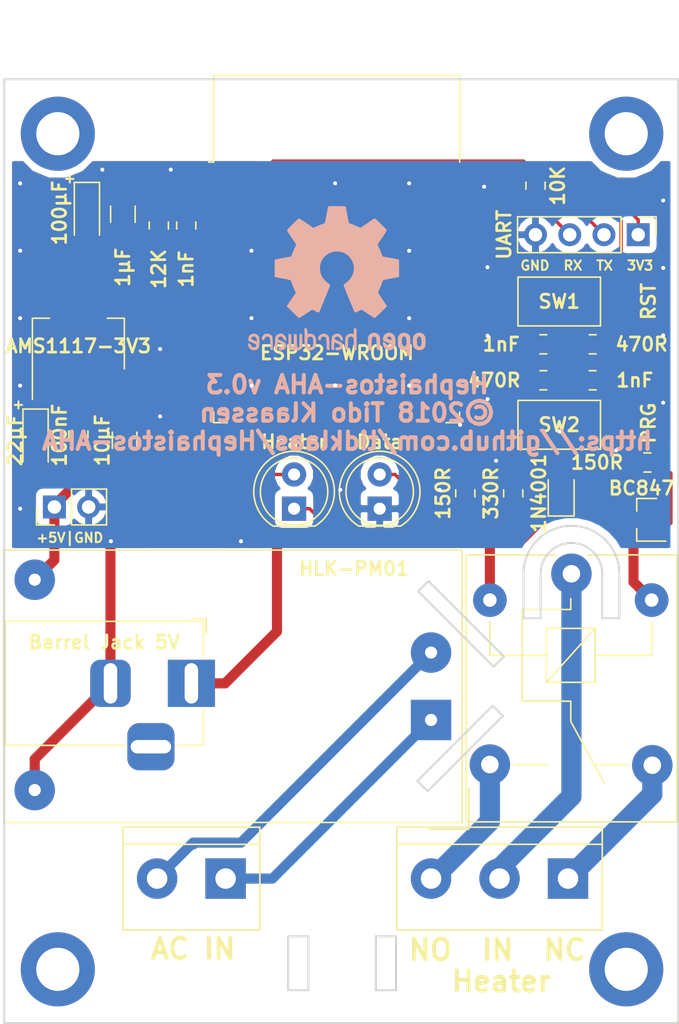
<source format=kicad_pcb>
(kicad_pcb (version 20171130) (host pcbnew 5.0.1)
  (layers (0 F.Cu signal) (31 B.Cu signal) (34 B.Paste user) (35 F.Paste user) (36 B.SilkS user hide) (37 F.SilkS user) (38 B.Mask user) (39 F.Mask user) (44 Edge.Cuts user))
  (net 0 "")
  (net 1 "Net-(C3-Pad1)")
  (net 2 GND)
  (net 3 +5V)
  (net 4 +3V3)
  (net 5 "Net-(D1-Pad1)")
  (net 6 "Net-(D2-Pad2)")
  (net 7 /TX0)
  (net 8 /RX0)
  (net 9 /REL_IN)
  (net 10 /REL_NC)
  (net 11 /REL_NO)
  (net 12 /IO18)
  (net 13 /IO0)
  (net 14 "Net-(U1-Pad4)")
  (net 15 "Net-(Q1-Pad1)")
  (net 16 "Net-(J4-Pad3)")
  (net 17 /IO19)
  (net 18 "Net-(C4-Pad1)")
  (net 19 "Net-(C5-Pad1)")
  (net 20 "Net-(D3-Pad2)")
  (net 21 "Net-(J3-Pad1)")
  (net 22 "Net-(J3-Pad2)")
  (net 23 "Net-(U1-Pad5)")
  (net 24 "Net-(U1-Pad6)")
  (net 25 "Net-(U1-Pad7)")
  (net 26 "Net-(U1-Pad8)")
  (net 27 "Net-(U1-Pad9)")
  (net 28 "Net-(U1-Pad10)")
  (net 29 "Net-(U1-Pad11)")
  (net 30 "Net-(U1-Pad12)")
  (net 31 "Net-(U1-Pad13)")
  (net 32 "Net-(U1-Pad14)")
  (net 33 "Net-(U1-Pad16)")
  (net 34 "Net-(U1-Pad17)")
  (net 35 "Net-(U1-Pad18)")
  (net 36 "Net-(U1-Pad19)")
  (net 37 "Net-(U1-Pad20)")
  (net 38 "Net-(U1-Pad21)")
  (net 39 "Net-(U1-Pad22)")
  (net 40 "Net-(U1-Pad23)")
  (net 41 "Net-(U1-Pad24)")
  (net 42 "Net-(U1-Pad26)")
  (net 43 "Net-(U1-Pad27)")
  (net 44 "Net-(U1-Pad28)")
  (net 45 "Net-(U1-Pad29)")
  (net 46 "Net-(U1-Pad32)")
  (net 47 "Net-(U1-Pad33)")
  (net 48 "Net-(U1-Pad36)")
  (net 49 "Net-(U1-Pad37)")
  (module Converter_ACDC:Converter_ACDC_Hi-Link_HLK-PMXX_THT (layer F.Cu) (at 81.661 77.517 180)
    (fp_text reference U3)
    (fp_text value HLK-PM01 (at 5.715 11.223 180) (layer F.SilkS) (effects (font (thickness 0.2))))
    (pad 1 thru_hole rect (at 0 0 180) (size 3 3) (drill 0.9) (layers *.Cu *.Mask) (net 21 "Net-(J3-Pad1)"))
    (pad 2 thru_hole circle (at 0 5 180) (size 3 3) (drill 0.9) (layers *.Cu *.Mask) (net 22 "Net-(J3-Pad2)"))
    (pad 3 thru_hole circle (at 29.4 -5.2 180) (size 3 3) (drill 0.9) (layers *.Cu *.Mask) (net 2 GND))
    (pad 4 thru_hole circle (at 29.4 10.4 180) (size 3 3) (drill 0.9) (layers *.Cu *.Mask) (net 3 +5V))
  )
  (module local:VIA-0.6mm (layer F.Cu) (at 85.852 43.942)
    (fp_text reference REF** hide)
    (fp_text value VIA-0.6mm hide)
    (pad 1 thru_hole circle (at 0 0) (size 0.6 0.6) (drill 0.3) (layers *.Cu) (net 2 GND))
  )
  (module local:VIA-0.6mm (layer F.Cu) (at 95.377 57.531)
    (fp_text reference REF** hide)
    (fp_text value VIA-0.6mm hide)
    (pad 1 thru_hole circle (at 0 0) (size 0.6 0.6) (drill 0.3) (layers *.Cu) (net 2 GND))
  )
  (module local:VIA-0.6mm (layer F.Cu) (at 91.186 56.134)
    (fp_text reference REF** hide)
    (fp_text value VIA-0.6mm hide)
    (pad 1 thru_hole circle (at 0 0) (size 0.6 0.6) (drill 0.3) (layers *.Cu) (net 2 GND))
  )
  (module local:VIA-0.6mm (layer F.Cu) (at 83.82 55.626)
    (fp_text reference REF** hide)
    (fp_text value VIA-0.6mm hide)
    (pad 1 thru_hole circle (at 0 0) (size 0.6 0.6) (drill 0.3) (layers *.Cu) (net 2 GND))
  )
  (module local:VIA-0.6mm (layer F.Cu) (at 74.93 60.452)
    (fp_text reference REF** hide)
    (fp_text value VIA-0.6mm hide)
    (pad 1 thru_hole circle (at 0 0) (size 0.6 0.6) (drill 0.3) (layers *.Cu) (net 2 GND))
  )
  (module local:VIA-0.6mm (layer F.Cu) (at 67.564 64.262)
    (fp_text reference REF** hide)
    (fp_text value VIA-0.6mm hide)
    (pad 1 thru_hole circle (at 0 0) (size 0.6 0.6) (drill 0.3) (layers *.Cu) (net 2 GND))
  )
  (module local:VIA-0.6mm (layer F.Cu) (at 57.912 64.262)
    (fp_text reference REF** hide)
    (fp_text value VIA-0.6mm hide)
    (pad 1 thru_hole circle (at 0 0) (size 0.6 0.6) (drill 0.3) (layers *.Cu) (net 2 GND))
  )
  (module local:VIA-0.6mm (layer F.Cu) (at 51.181 61.849)
    (fp_text reference REF** hide)
    (fp_text value VIA-0.6mm hide)
    (pad 1 thru_hole circle (at 0 0) (size 0.6 0.6) (drill 0.3) (layers *.Cu) (net 2 GND))
  )
  (module local:VIA-0.6mm (layer F.Cu) (at 98.881 53.989)
    (fp_text reference REF** hide)
    (fp_text value VIA-0.6mm hide)
    (pad 1 thru_hole circle (at 0 0) (size 0.6 0.6) (drill 0.3) (layers *.Cu) (net 2 GND))
  )
  (module local:VIA-0.6mm (layer F.Cu) (at 80.038 52.719)
    (fp_text reference REF** hide)
    (fp_text value VIA-0.6mm hide)
    (pad 1 thru_hole circle (at 0 0) (size 0.6 0.6) (drill 0.3) (layers *.Cu) (net 2 GND))
  )
  (module local:VIA-0.6mm (layer F.Cu) (at 74.549 52.705)
    (fp_text reference REF** hide)
    (fp_text value VIA-0.6mm hide)
    (pad 1 thru_hole circle (at 0 0) (size 0.6 0.6) (drill 0.3) (layers *.Cu) (net 2 GND))
  )
  (module local:VIA-0.6mm (layer F.Cu) (at 68.34 52.719)
    (fp_text reference REF** hide)
    (fp_text value VIA-0.6mm hide)
    (pad 1 thru_hole circle (at 0 0) (size 0.6 0.6) (drill 0.3) (layers *.Cu) (net 2 GND))
  )
  (module local:VIA-0.6mm (layer F.Cu) (at 61.562 55.005)
    (fp_text reference REF** hide)
    (fp_text value VIA-0.6mm hide)
    (pad 1 thru_hole circle (at 0 0) (size 0.6 0.6) (drill 0.3) (layers *.Cu) (net 2 GND))
  )
  (module local:VIA-0.6mm (layer F.Cu) (at 51.181 52.719)
    (fp_text reference REF** hide)
    (fp_text value VIA-0.6mm hide)
    (pad 1 thru_hole circle (at 0 0) (size 0.6 0.6) (drill 0.3) (layers *.Cu) (net 2 GND))
  )
  (module local:VIA-0.6mm (layer F.Cu) (at 98.881 48.989)
    (fp_text reference REF** hide)
    (fp_text value VIA-0.6mm hide)
    (pad 1 thru_hole circle (at 0 0) (size 0.6 0.6) (drill 0.3) (layers *.Cu) (net 2 GND))
  )
  (module local:VIA-0.6mm (layer F.Cu) (at 80.038 47.719)
    (fp_text reference REF** hide)
    (fp_text value VIA-0.6mm hide)
    (pad 1 thru_hole circle (at 0 0) (size 0.6 0.6) (drill 0.3) (layers *.Cu) (net 2 GND))
  )
  (module local:VIA-0.6mm (layer F.Cu) (at 68.34 47.719)
    (fp_text reference REF** hide)
    (fp_text value VIA-0.6mm hide)
    (pad 1 thru_hole circle (at 0 0) (size 0.6 0.6) (drill 0.3) (layers *.Cu) (net 2 GND))
  )
  (module local:VIA-0.6mm (layer F.Cu) (at 61.562 50.005)
    (fp_text reference REF** hide)
    (fp_text value VIA-0.6mm hide)
    (pad 1 thru_hole circle (at 0 0) (size 0.6 0.6) (drill 0.3) (layers *.Cu) (net 2 GND))
  )
  (module local:VIA-0.6mm (layer F.Cu) (at 51.181 47.719)
    (fp_text reference REF** hide)
    (fp_text value VIA-0.6mm hide)
    (pad 1 thru_hole circle (at 0 0) (size 0.6 0.6) (drill 0.3) (layers *.Cu) (net 2 GND))
  )
  (module local:VIA-0.6mm (layer F.Cu) (at 98.881 43.989)
    (fp_text reference REF** hide)
    (fp_text value VIA-0.6mm hide)
    (pad 1 thru_hole circle (at 0 0) (size 0.6 0.6) (drill 0.3) (layers *.Cu) (net 2 GND))
  )
  (module local:VIA-0.6mm (layer F.Cu) (at 80.038 42.719)
    (fp_text reference REF** hide)
    (fp_text value VIA-0.6mm hide)
    (pad 1 thru_hole circle (at 0 0) (size 0.6 0.6) (drill 0.3) (layers *.Cu) (net 2 GND))
  )
  (module local:VIA-0.6mm (layer F.Cu) (at 68.34 42.719)
    (fp_text reference REF** hide)
    (fp_text value VIA-0.6mm hide)
    (pad 1 thru_hole circle (at 0 0) (size 0.6 0.6) (drill 0.3) (layers *.Cu) (net 2 GND))
  )
  (module local:VIA-0.6mm (layer F.Cu) (at 51.181 42.719)
    (fp_text reference REF** hide)
    (fp_text value VIA-0.6mm hide)
    (pad 1 thru_hole circle (at 0 0) (size 0.6 0.6) (drill 0.3) (layers *.Cu) (net 2 GND))
  )
  (module local:VIA-0.6mm (layer F.Cu) (at 85.598 37.973)
    (fp_text reference REF** hide)
    (fp_text value VIA-0.6mm hide)
    (pad 1 thru_hole circle (at 0 0) (size 0.6 0.6) (drill 0.3) (layers *.Cu) (net 2 GND))
  )
  (module local:VIA-0.6mm (layer F.Cu) (at 98.881 38.989)
    (fp_text reference REF** hide)
    (fp_text value VIA-0.6mm hide)
    (pad 1 thru_hole circle (at 0 0) (size 0.6 0.6) (drill 0.3) (layers *.Cu) (net 2 GND))
  )
  (module local:VIA-0.6mm (layer F.Cu) (at 80.038 37.719)
    (fp_text reference REF** hide)
    (fp_text value VIA-0.6mm hide)
    (pad 1 thru_hole circle (at 0 0) (size 0.6 0.6) (drill 0.3) (layers *.Cu) (net 2 GND))
  )
  (module local:VIA-0.6mm (layer F.Cu) (at 74.549 37.719)
    (fp_text reference REF** hide)
    (fp_text value VIA-0.6mm hide)
    (pad 1 thru_hole circle (at 0 0) (size 0.6 0.6) (drill 0.3) (layers *.Cu) (net 2 GND))
  )
  (module local:VIA-0.6mm (layer F.Cu) (at 62.357 36.703)
    (fp_text reference REF** hide)
    (fp_text value VIA-0.6mm hide)
    (pad 1 thru_hole circle (at 0 0) (size 0.6 0.6) (drill 0.3) (layers *.Cu) (net 2 GND))
  )
  (module local:VIA-0.6mm (layer F.Cu) (at 57.277 36.703)
    (fp_text reference REF** hide)
    (fp_text value VIA-0.6mm hide)
    (pad 1 thru_hole circle (at 0 0) (size 0.6 0.6) (drill 0.3) (layers *.Cu) (net 2 GND))
  )
  (module local:VIA-0.6mm (layer F.Cu) (at 51.181 37.719)
    (fp_text reference REF** hide)
    (fp_text value VIA-0.6mm hide)
    (pad 1 thru_hole circle (at 0 0) (size 0.6 0.6) (drill 0.3) (layers *.Cu) (net 2 GND))
  )
  (module local:VIA-0.6mm (layer F.Cu) (at 82.296 60.452)
    (fp_text reference REF** hide)
    (fp_text value VIA-0.6mm hide)
    (pad 1 thru_hole circle (at 0 0) (size 0.6 0.6) (drill 0.3) (layers *.Cu) (net 2 GND))
  )
  (module local:VIA-0.6mm (layer F.Cu) (at 85.852 53.721)
    (fp_text reference REF** hide)
    (fp_text value VIA-0.6mm hide)
    (pad 1 thru_hole circle (at 0 0) (size 0.6 0.6) (drill 0.3) (layers *.Cu) (net 2 GND))
  )
  (module local:VIA-0.6mm (layer F.Cu) (at 86.487 58.293)
    (fp_text reference REF** hide)
    (fp_text value VIA-0.6mm hide)
    (pad 1 thru_hole circle (at 0 0) (size 0.6 0.6) (drill 0.3) (layers *.Cu) (net 2 GND))
  )
  (module TerminalBlock:TerminalBlock_bornier-3_P5.08mm (layer F.Cu) (at 91.821 89.281 180)
    (fp_text reference J2)
    (fp_text value Heater (at 4.953 -7.62 180) (layer F.SilkS) (effects (font (size 1.5 1.5) (thickness 0.3))))
    (pad 1 thru_hole rect (at 0 0 180) (size 3 3) (drill 1.52) (layers *.Cu *.Mask) (net 10 /REL_NC))
    (pad 2 thru_hole circle (at 5.08 0 180) (size 3 3) (drill 1.52) (layers *.Cu *.Mask) (net 9 /REL_IN))
    (pad 3 thru_hole circle (at 10.16 0 180) (size 3 3) (drill 1.52) (layers *.Cu *.Mask) (net 11 /REL_NO))
  )
  (module Relay_THT:Relay_SPDT_SANYOU_SRD_Series_Form_C (layer F.Cu) (at 92.075 66.675 270)
    (fp_text reference K1)
    (fp_text value SANYOU_SRD_Form_C)
    (pad 2 thru_hole circle (at 1.95 6.05) (size 2.5 2.5) (drill 1) (layers *.Cu *.Mask) (net 3 +5V))
    (pad 3 thru_hole circle (at 14.15 6.05) (size 3 3) (drill 1.3) (layers *.Cu *.Mask) (net 11 /REL_NO))
    (pad 4 thru_hole circle (at 14.2 -6) (size 3 3) (drill 1.3) (layers *.Cu *.Mask) (net 10 /REL_NC))
    (pad 5 thru_hole circle (at 1.95 -5.95) (size 2.5 2.5) (drill 1) (layers *.Cu *.Mask) (net 20 "Net-(D3-Pad2)"))
    (pad 1 thru_hole circle (at 0 0) (size 3 3) (drill 1.3) (layers *.Cu *.Mask) (net 9 /REL_IN))
  )
  (module local:VIA-0.6mm (layer F.Cu) (at 85.852 49.022)
    (fp_text reference REF** hide)
    (fp_text value VIA-0.6mm hide)
    (pad 1 thru_hole circle (at 0 0) (size 0.6 0.6) (drill 0.3) (layers *.Cu) (net 2 GND))
  )
  (module Symbols:OSHW-Symbol_6.7x6mm_Copper (layer F.Cu) (at 63.373 61.341)
    (fp_text reference REF*** hide)
    (fp_text value OSHW-Symbol_6.7x6mm_Copper hide)
    (fp_poly (pts (xy 0.555814 -2.531069) (xy 0.639635 -2.086445) (xy 0.94892 -1.958947) (xy 1.258206 -1.831449) (xy 1.629246 -2.083754) (xy 1.733157 -2.154004) (xy 1.827087 -2.216728) (xy 1.906652 -2.269062) (xy 1.96747 -2.308143) (xy 2.005157 -2.331107) (xy 2.015421 -2.336058) (xy 2.03391 -2.323324) (xy 2.07342 -2.288118) (xy 2.129522 -2.234938) (xy 2.197787 -2.168282) (xy 2.273786 -2.092646) (xy 2.353092 -2.012528) (xy 2.431275 -1.932426) (xy 2.503907 -1.856836) (xy 2.566559 -1.790255) (xy 2.614803 -1.737182) (xy 2.64421 -1.702113) (xy 2.651241 -1.690377) (xy 2.641123 -1.66874) (xy 2.612759 -1.621338) (xy 2.569129 -1.552807) (xy 2.513218 -1.467785) (xy 2.448006 -1.370907) (xy 2.410219 -1.31565) (xy 2.341343 -1.214752) (xy 2.28014 -1.123701) (xy 2.229578 -1.04703) (xy 2.192628 -0.989272) (xy 2.172258 -0.954957) (xy 2.169197 -0.947746) (xy 2.176136 -0.927252) (xy 2.195051 -0.879487) (xy 2.223087 -0.811168) (xy 2.257391 -0.729011) (xy 2.295109 -0.63973) (xy 2.333387 -0.550042) (xy 2.36937 -0.466662) (xy 2.400206 -0.396306) (xy 2.423039 -0.34569) (xy 2.435017 -0.321529) (xy 2.435724 -0.320578) (xy 2.454531 -0.315964) (xy 2.504618 -0.305672) (xy 2.580793 -0.290713) (xy 2.677865 -0.272099) (xy 2.790643 -0.250841) (xy 2.856442 -0.238582) (xy 2.97695 -0.215638) (xy 3.085797 -0.193805) (xy 3.177476 -0.174278) (xy 3.246481 -0.158252) (xy 3.287304 -0.146921) (xy 3.295511 -0.143326) (xy 3.303548 -0.118994) (xy 3.310033 -0.064041) (xy 3.31497 0.015108) (xy 3.318364 0.112026) (xy 3.320218 0.220287) (xy 3.320538 0.333465) (xy 3.319327 0.445135) (xy 3.31659 0.548868) (xy 3.312331 0.638241) (xy 3.306555 0.706826) (xy 3.299267 0.748197) (xy 3.294895 0.75681) (xy 3.268764 0.767133) (xy 3.213393 0.781892) (xy 3.136107 0.799352) (xy 3.04423 0.81778) (xy 3.012158 0.823741) (xy 2.857524 0.852066) (xy 2.735375 0.874876) (xy 2.641673 0.89308) (xy 2.572384 0.907583) (xy 2.523471 0.919292) (xy 2.490897 0.929115) (xy 2.470628 0.937956) (xy 2.458626 0.946724) (xy 2.456947 0.948457) (xy 2.440184 0.976371) (xy 2.414614 1.030695) (xy 2.382788 1.104777) (xy 2.34726 1.191965) (xy 2.310583 1.285608) (xy 2.275311 1.379052) (xy 2.243996 1.465647) (xy 2.219193 1.53874) (xy 2.203454 1.591678) (xy 2.199332 1.617811) (xy 2.199676 1.618726) (xy 2.213641 1.640086) (xy 2.245322 1.687084) (xy 2.291391 1.754827) (xy 2.348518 1.838423) (xy 2.413373 1.932982) (xy 2.431843 1.959854) (xy 2.497699 2.057275) (xy 2.55565 2.146163) (xy 2.602538 2.221412) (xy 2.635207 2.27792) (xy 2.6505 2.310581) (xy 2.651241 2.314593) (xy 2.638392 2.335684) (xy 2.602888 2.377464) (xy 2.549293 2.435445) (xy 2.482171 2.505135) (xy 2.406087 2.582045) (xy 2.325604 2.661683) (xy 2.245287 2.739561) (xy 2.169699 2.811186) (xy 2.103405 2.87207) (xy 2.050969 2.917721) (xy 2.016955 2.94365) (xy 2.007545 2.947883) (xy 1.985643 2.937912) (xy 1.9408 2.91102) (xy 1.880321 2.871736) (xy 1.833789 2.840117) (xy 1.749475 2.782098) (xy 1.649626 2.713784) (xy 1.549473 2.645579) (xy 1.495627 2.609075) (xy 1.313371 2.4858) (xy 1.160381 2.56852) (xy 1.090682 2.604759) (xy 1.031414 2.632926) (xy 0.991311 2.648991) (xy 0.981103 2.651226) (xy 0.968829 2.634722) (xy 0.944613 2.588082) (xy 0.910263 2.515609) (xy 0.867588 2.421606) (xy 0.818394 2.310374) (xy 0.76449 2.186215) (xy 0.707684 2.053432) (xy 0.649782 1.916327) (xy 0.592593 1.779202) (xy 0.537924 1.646358) (xy 0.487584 1.522098) (xy 0.44338 1.410725) (xy 0.407119 1.316539) (xy 0.380609 1.243844) (xy 0.365658 1.196941) (xy 0.363254 1.180833) (xy 0.382311 1.160286) (xy 0.424036 1.126933) (xy 0.479706 1.087702) (xy 0.484378 1.084599) (xy 0.628264 0.969423) (xy 0.744283 0.835053) (xy 0.83143 0.685784) (xy 0.888699 0.525913) (xy 0.915086 0.359737) (xy 0.909585 0.191552) (xy 0.87119 0.025655) (xy 0.798895 -0.133658) (xy 0.777626 -0.168513) (xy 0.666996 -0.309263) (xy 0.536302 -0.422286) (xy 0.390064 -0.506997) (xy 0.232808 -0.562806) (xy 0.069057 -0.589126) (xy -0.096667 -0.58537) (xy -0.259838 -0.55095) (xy -0.415935 -0.485277) (xy -0.560433 -0.387765) (xy -0.605131 -0.348187) (xy -0.718888 -0.224297) (xy -0.801782 -0.093876) (xy -0.858644 0.052315) (xy -0.890313 0.197088) (xy -0.898131 0.35986) (xy -0.872062 0.52344) (xy -0.814755 0.682298) (xy -0.728856 0.830906) (xy -0.617014 0.963735) (xy -0.481877 1.075256) (xy -0.464117 1.087011) (xy -0.40785 1.125508) (xy -0.365077 1.158863) (xy -0.344628 1.18016) (xy -0.344331 1.180833) (xy -0.348721 1.203871) (xy -0.366124 1.256157) (xy -0.394732 1.33339) (xy -0.432735 1.431268) (xy -0.478326 1.545491) (xy -0.529697 1.671758) (xy -0.585038 1.805767) (xy -0.642542 1.943218) (xy -0.700399 2.079808) (xy -0.756802 2.211237) (xy -0.809942 2.333205) (xy -0.85801 2.441409) (xy -0.899199 2.531549) (xy -0.931699 2.599323) (xy -0.953703 2.64043) (xy -0.962564 2.651226) (xy -0.98964 2.642819) (xy -1.040303 2.620272) (xy -1.105817 2.587613) (xy -1.141841 2.56852) (xy -1.294832 2.4858) (xy -1.477088 2.609075) (xy -1.570125 2.672228) (xy -1.671985 2.741727) (xy -1.767438 2.807165) (xy -1.81525 2.840117) (xy -1.882495 2.885273) (xy -1.939436 2.921057) (xy -1.978646 2.942938) (xy -1.991381 2.947563) (xy -2.009917 2.935085) (xy -2.050941 2.900252) (xy -2.110475 2.846678) (xy -2.184542 2.777983) (xy -2.269165 2.697781) (xy -2.322685 2.646286) (xy -2.416319 2.554286) (xy -2.497241 2.471999) (xy -2.562177 2.402945) (xy -2.607858 2.350644) (xy -2.631011 2.318616) (xy -2.633232 2.312116) (xy -2.622924 2.287394) (xy -2.594439 2.237405) (xy -2.550937 2.167212) (xy -2.495577 2.081875) (xy -2.43152 1.986456) (xy -2.413303 1.959854) (xy -2.346927 1.863167) (xy -2.287378 1.776117) (xy -2.237984 1.703595) (xy -2.202075 1.650493) (xy -2.182981 1.621703) (xy -2.181136 1.618726) (xy -2.183895 1.595782) (xy -2.198538 1.545336) (xy -2.222513 1.474041) (xy -2.253266 1.388547) (xy -2.288244 1.295507) (xy -2.324893 1.201574) (xy -2.360661 1.113399) (xy -2.392994 1.037634) (xy -2.419338 0.980931) (xy -2.437142 0.949943) (xy -2.438407 0.948457) (xy -2.449294 0.939601) (xy -2.467682 0.930843) (xy -2.497606 0.921277) (xy -2.543103 0.909996) (xy -2.608209 0.896093) (xy -2.696961 0.878663) (xy -2.813393 0.856798) (xy -2.961542 0.829591) (xy -2.993618 0.823741) (xy -3.088686 0.805374) (xy -3.171565 0.787405) (xy -3.23493 0.771569) (xy -3.271458 0.7596) (xy -3.276356 0.75681) (xy -3.284427 0.732072) (xy -3.290987 0.67679) (xy -3.296033 0.597389) (xy -3.299559 0.500296) (xy -3.301561 0.391938) (xy -3.302036 0.27874) (xy -3.300977 0.167128) (xy -3.298382 0.063529) (xy -3.294246 -0.025632) (xy -3.288563 -0.093928) (xy -3.281331 -0.134934) (xy -3.276971 -0.143326) (xy -3.252698 -0.151792) (xy -3.197426 -0.165565) (xy -3.116662 -0.18345) (xy -3.015912 -0.204252) (xy -2.900683 -0.226777) (xy -2.837902 -0.238582) (xy -2.718787 -0.260849) (xy -2.612565 -0.281021) (xy -2.524427 -0.298085) (xy -2.459566 -0.311031) (xy -2.423174 -0.318845) (xy -2.417184 -0.320578) (xy -2.407061 -0.34011) (xy -2.385662 -0.387157) (xy -2.355839 -0.454997) (xy -2.320445 -0.536909) (xy -2.282332 -0.626172) (xy -2.244353 -0.716065) (xy -2.20936 -0.799865) (xy -2.180206 -0.870853) (xy -2.159743 -0.922306) (xy -2.150823 -0.947503) (xy -2.150657 -0.948604) (xy -2.160769 -0.968481) (xy -2.189117 -1.014223) (xy -2.232723 -1.081283) (xy -2.288606 -1.165116) (xy -2.353787 -1.261174) (xy -2.391679 -1.31635) (xy -2.460725 -1.417519) (xy -2.52205 -1.50937) (xy -2.572663 -1.587256) (xy -2.609571 -1.646531) (xy -2.629782 -1.682549) (xy -2.632701 -1.690623) (xy -2.620153 -1.709416) (xy -2.585463 -1.749543) (xy -2.533063 -1.806507) (xy -2.467384 -1.875815) (xy -2.392856 -1.952969) (xy -2.313913 -2.033475) (xy -2.234983 -2.112837) (xy -2.1605 -2.18656) (xy -2.094894 -2.250148) (xy -2.042596 -2.299106) (xy -2.008039 -2.328939) (xy -1.996478 -2.336058) (xy -1.977654 -2.326047) (xy -1.932631 -2.297922) (xy -1.865787 -2.254546) (xy -1.781499 -2.198782) (xy -1.684144 -2.133494) (xy -1.610707 -2.083754) (xy -1.239667 -1.831449) (xy -0.621095 -2.086445) (xy -0.537275 -2.531069) (xy -0.453454 -2.975693) (xy 0.471994 -2.975693) (xy 0.555814 -2.531069)) (layer F.Cu) (width 0.01))
  )
  (module Mounting_Holes:MountingHole_3.2mm_M3_ISO14580_Pad (layer F.Cu) (at 53.975 34.036)
    (fp_text reference REF** hide)
    (fp_text value MountingHole_3.2mm_M3_ISO14580_Pad hide)
    (pad 1 thru_hole circle (at 0 0) (size 5.5 5.5) (drill 3.2) (layers *.Cu *.Mask))
  )
  (module Mounting_Holes:MountingHole_3.2mm_M3_ISO14580_Pad (layer F.Cu) (at 96.139 34.036)
    (fp_text reference REF** hide)
    (fp_text value MountingHole_3.2mm_M3_ISO14580_Pad hide)
    (pad 1 thru_hole circle (at 0 0) (size 5.5 5.5) (drill 3.2) (layers *.Cu *.Mask))
  )
  (module Mounting_Holes:MountingHole_3.2mm_M3_ISO14580_Pad (layer F.Cu) (at 96.139 96.012)
    (fp_text reference REF** hide)
    (fp_text value MountingHole_3.2mm_M3_ISO14580_Pad hide)
    (pad 1 thru_hole circle (at 0 0) (size 5.5 5.5) (drill 3.2) (layers *.Cu *.Mask))
  )
  (module Mounting_Holes:MountingHole_3.2mm_M3_ISO14580_Pad (layer F.Cu) (at 53.975 96.012)
    (fp_text reference REF** hide)
    (fp_text value MountingHole_3.2mm_M3_ISO14580_Pad hide)
    (pad 1 thru_hole circle (at 0 0) (size 5.5 5.5) (drill 3.2) (layers *.Cu *.Mask))
  )
  (module Capacitor_Tantalum_SMD:CP_EIA-3216-12_Kemet-S (layer F.Cu) (at 56.134 39.958 270)
    (fp_text reference C1)
    (fp_text value 100µF (at -0.047 2.032 270) (layer F.SilkS) (effects (font (thickness 0.2))))
    (pad 1 smd roundrect (at -1.35 0 270) (size 1.4 1.35) (layers F.Cu F.Paste F.Mask) (roundrect_rratio 0.185185) (net 4 +3V3))
    (pad 2 smd roundrect (at 1.35 0 270) (size 1.4 1.35) (layers F.Cu F.Paste F.Mask) (roundrect_rratio 0.185185) (net 2 GND))
  )
  (module Capacitor_SMD:C_0805_2012Metric (layer F.Cu) (at 63.5 40.8455 270)
    (fp_text reference C3)
    (fp_text value 1nF (at 3.2235 0 270) (layer F.SilkS) (effects (font (thickness 0.2))))
    (pad 1 smd roundrect (at -0.9375 0 270) (size 0.975 1.4) (layers F.Cu F.Paste F.Mask) (net 1 "Net-(C3-Pad1)"))
    (pad 2 smd roundrect (at 0.9375 0 270) (size 0.975 1.4) (layers F.Cu F.Paste F.Mask) (net 2 GND))
  )
  (module Capacitor_SMD:C_0805_2012Metric (layer F.Cu) (at 89.9945 49.657 180)
    (fp_text reference C4)
    (fp_text value 1nF (at 3.1265 0 180) (layer F.SilkS) (effects (font (thickness 0.2))))
    (pad 2 smd roundrect (at 0.9375 0 180) (size 0.975 1.4) (layers F.Cu F.Paste F.Mask) (net 2 GND))
    (pad 1 smd roundrect (at -0.9375 0 180) (size 0.975 1.4) (layers F.Cu F.Paste F.Mask) (net 18 "Net-(C4-Pad1)"))
  )
  (module Capacitor_SMD:C_0805_2012Metric (layer F.Cu) (at 55.499 56.3395 270)
    (fp_text reference C8)
    (fp_text value 100nF (at 0.0485 1.397 90) (layer F.SilkS) (effects (font (thickness 0.2))))
    (pad 1 smd roundrect (at -0.9375 0 270) (size 0.975 1.4) (layers F.Cu F.Paste F.Mask) (net 4 +3V3))
    (pad 2 smd roundrect (at 0.9375 0 270) (size 0.975 1.4) (layers F.Cu F.Paste F.Mask) (net 2 GND))
  )
  (module LED_THT:LED_D5.0mm (layer F.Cu) (at 71.501 61.849 90)
    (fp_text reference D1)
    (fp_text value Heater (at 4.953 0 180) (layer F.SilkS) (effects (font (thickness 0.2))))
    (pad 2 thru_hole circle (at 2.54 0 90) (size 1.8 1.8) (drill 0.9) (layers *.Cu *.Mask) (net 3 +5V))
    (pad 1 thru_hole rect (at 0 0 90) (size 1.8 1.8) (drill 0.9) (layers *.Cu *.Mask) (net 5 "Net-(D1-Pad1)"))
  )
  (module Connector_PinHeader_2.54mm:PinHeader_1x04_P2.54mm_Vertical (layer F.Cu) (at 97.028 41.529 270)
    (fp_text reference J1)
    (fp_text value UART (at 0 9.95 270) (layer F.SilkS) (effects (font (thickness 0.2))))
    (pad 1 thru_hole rect (at 0 0 270) (size 1.7 1.7) (drill 1) (layers *.Cu *.Mask) (net 4 +3V3))
    (pad 2 thru_hole oval (at 0 2.54 270) (size 1.7 1.7) (drill 1) (layers *.Cu *.Mask) (net 7 /TX0))
    (pad 3 thru_hole oval (at 0 5.08 270) (size 1.7 1.7) (drill 1) (layers *.Cu *.Mask) (net 8 /RX0))
    (pad 4 thru_hole oval (at 0 7.62 270) (size 1.7 1.7) (drill 1) (layers *.Cu *.Mask) (net 2 GND))
  )
  (module Connector_BarrelJack:BarrelJack_Horizontal (layer F.Cu) (at 63.881 74.803)
    (fp_text reference J4)
    (fp_text value "Barrel Jack 5V" (at -6.477 -3.048) (layer F.SilkS) (effects (font (thickness 0.2))))
    (pad 1 thru_hole rect (at 0 0) (size 3.5 3.5) (drill oval 1 3) (layers *.Cu *.Mask) (net 3 +5V))
    (pad 2 thru_hole roundrect (at -6 0) (size 3 3.5) (drill oval 1 3) (layers *.Cu *.Mask) (net 2 GND))
    (pad 3 thru_hole roundrect (at -3 4.7) (size 3.5 3.5) (drill oval 3 1) (layers *.Cu *.Mask) (net 16 "Net-(J4-Pad3)"))
  )
  (module Package_TO_SOT_SMD:SOT-23 (layer F.Cu) (at 97.679 62.672 180)
    (fp_text reference Q1)
    (fp_text value BC847 (at 0.397 2.347) (layer F.SilkS) (effects (font (thickness 0.2))))
    (pad 1 smd rect (at -1 -0.95 180) (size 0.9 0.8) (layers F.Cu F.Paste F.Mask) (net 15 "Net-(Q1-Pad1)"))
    (pad 2 smd rect (at -1 0.95 180) (size 0.9 0.8) (layers F.Cu F.Paste F.Mask) (net 2 GND))
    (pad 3 smd rect (at 1 0 180) (size 0.9 0.8) (layers F.Cu F.Paste F.Mask) (net 20 "Net-(D3-Pad2)"))
  )
  (module Resistor_SMD:R_0805_2012Metric (layer F.Cu) (at 61.468 40.8455 90)
    (fp_text reference R1)
    (fp_text value 12K (at -3.2235 0 90) (layer F.SilkS) (effects (font (thickness 0.2))))
    (pad 1 smd roundrect (at -0.9375 0 90) (size 0.975 1.4) (layers F.Cu F.Paste F.Mask) (net 4 +3V3))
    (pad 2 smd roundrect (at 0.9375 0 90) (size 0.975 1.4) (layers F.Cu F.Paste F.Mask) (net 1 "Net-(C3-Pad1)"))
  )
  (module Resistor_SMD:R_0805_2012Metric (layer F.Cu) (at 93.6475 49.657 180)
    (fp_text reference R2)
    (fp_text value 470R (at -3.6345 0 180) (layer F.SilkS) (effects (font (thickness 0.2))))
    (pad 2 smd roundrect (at 0.9375 0 180) (size 0.975 1.4) (layers F.Cu F.Paste F.Mask) (net 18 "Net-(C4-Pad1)"))
    (pad 1 smd roundrect (at -0.9375 0 180) (size 0.975 1.4) (layers F.Cu F.Paste F.Mask) (net 1 "Net-(C3-Pad1)"))
  )
  (module Resistor_SMD:R_0805_2012Metric (layer F.Cu) (at 87.757 60.706 270)
    (fp_text reference R4)
    (fp_text value 330R (at 0 1.651 270) (layer F.SilkS) (effects (font (thickness 0.2))))
    (pad 1 smd roundrect (at -0.9375 0 270) (size 0.975 1.4) (layers F.Cu F.Paste F.Mask) (net 20 "Net-(D3-Pad2)"))
    (pad 2 smd roundrect (at 0.9375 0 270) (size 0.975 1.4) (layers F.Cu F.Paste F.Mask) (net 5 "Net-(D1-Pad1)"))
  )
  (module Resistor_SMD:R_0805_2012Metric (layer F.Cu) (at 97.7115 58.42 180)
    (fp_text reference R5)
    (fp_text value 150R (at 3.7315 0 180) (layer F.SilkS) (effects (font (thickness 0.2))))
    (pad 2 smd roundrect (at 0.9375 0 180) (size 0.975 1.4) (layers F.Cu F.Paste F.Mask) (net 12 /IO18))
    (pad 1 smd roundrect (at -0.9375 0 180) (size 0.975 1.4) (layers F.Cu F.Paste F.Mask) (net 15 "Net-(Q1-Pad1)"))
  )
  (module Resistor_SMD:R_0805_2012Metric (layer F.Cu) (at 89.408 37.8945 90)
    (fp_text reference R6)
    (fp_text value 10K (at 0 1.65 90) (layer F.SilkS) (effects (font (thickness 0.2))))
    (pad 1 smd roundrect (at -0.9375 0 90) (size 0.975 1.4) (layers F.Cu F.Paste F.Mask) (net 7 /TX0))
    (pad 2 smd roundrect (at 0.9375 0 90) (size 0.975 1.4) (layers F.Cu F.Paste F.Mask) (net 4 +3V3))
  )
  (module Button_Switch_SMD:SW_SPST_FSMSM (layer F.Cu) (at 91.168 46.482 180)
    (fp_text reference SW1 (at 0 0 180) (layer F.SilkS) (effects (font (thickness 0.2))))
    (fp_text value EN)
    (pad 1 smd rect (at -4.59 0 180) (size 2.18 1.6) (layers F.Cu F.Paste F.Mask) (net 2 GND))
    (pad 2 smd rect (at 4.59 0 180) (size 2.18 1.6) (layers F.Cu F.Paste F.Mask) (net 18 "Net-(C4-Pad1)"))
  )
  (module Button_Switch_SMD:SW_SPST_FSMSM (layer F.Cu) (at 91.168 55.626 180)
    (fp_text reference SW2 (at 0 0 180) (layer F.SilkS) (effects (font (thickness 0.2))))
    (fp_text value BOOT)
    (pad 2 smd rect (at 4.59 0 180) (size 2.18 1.6) (layers F.Cu F.Paste F.Mask) (net 19 "Net-(C5-Pad1)"))
    (pad 1 smd rect (at -4.59 0 180) (size 2.18 1.6) (layers F.Cu F.Paste F.Mask) (net 2 GND))
  )
  (module Resistor_SMD:R_0805_2012Metric (layer F.Cu) (at 89.9945 52.324)
    (fp_text reference R3)
    (fp_text value 470R (at -3.6345 0) (layer F.SilkS) (effects (font (thickness 0.2))))
    (pad 2 smd roundrect (at 0.9375 0) (size 0.975 1.4) (layers F.Cu F.Paste F.Mask) (net 19 "Net-(C5-Pad1)"))
    (pad 1 smd roundrect (at -0.9375 0) (size 0.975 1.4) (layers F.Cu F.Paste F.Mask) (net 13 /IO0))
  )
  (module Resistor_SMD:R_0805_2012Metric (layer F.Cu) (at 84.201 60.706 90)
    (fp_text reference R7)
    (fp_text value 150R (at 0 -1.651 90) (layer F.SilkS) (effects (font (thickness 0.2))))
    (pad 1 smd roundrect (at -0.9375 0 90) (size 0.975 1.4) (layers F.Cu F.Paste F.Mask) (net 6 "Net-(D2-Pad2)"))
    (pad 2 smd roundrect (at 0.9375 0 90) (size 0.975 1.4) (layers F.Cu F.Paste F.Mask) (net 17 /IO19))
  )
  (module Capacitor_SMD:C_0805_2012Metric (layer F.Cu) (at 93.6475 52.324)
    (fp_text reference C5)
    (fp_text value 1nF (at 3.1265 0) (layer F.SilkS) (effects (font (thickness 0.2))))
    (pad 1 smd roundrect (at -0.9375 0) (size 0.975 1.4) (layers F.Cu F.Paste F.Mask) (net 19 "Net-(C5-Pad1)"))
    (pad 2 smd roundrect (at 0.9375 0) (size 0.975 1.4) (layers F.Cu F.Paste F.Mask) (net 2 GND))
  )
  (module Capacitor_Tantalum_SMD:CP_EIA-3216-12_Kemet-S (layer F.Cu) (at 52.324 56.769 270)
    (fp_text reference C7)
    (fp_text value 22µF (at 0 1.524 90) (layer F.SilkS) (effects (font (thickness 0.2))))
    (pad 1 smd roundrect (at -1.35 0 270) (size 1.4 1.35) (layers F.Cu F.Paste F.Mask) (roundrect_rratio 0.185185) (net 4 +3V3))
    (pad 2 smd roundrect (at 1.35 0 270) (size 1.4 1.35) (layers F.Cu F.Paste F.Mask) (roundrect_rratio 0.185185) (net 2 GND))
  )
  (module LED_THT:LED_D5.0mm (layer F.Cu) (at 77.851 61.849 90)
    (fp_text reference D2)
    (fp_text value Data (at 4.953 0 180) (layer F.SilkS) (effects (font (thickness 0.2))))
    (pad 1 thru_hole rect (at 0 0 90) (size 1.8 1.8) (drill 0.9) (layers *.Cu *.Mask) (net 2 GND))
    (pad 2 thru_hole circle (at 2.54 0 90) (size 1.8 1.8) (drill 0.9) (layers *.Cu *.Mask) (net 6 "Net-(D2-Pad2)"))
  )
  (module Diode_SMD:D_0805_2012Metric (layer F.Cu) (at 91.313 60.706 90)
    (fp_text reference D3)
    (fp_text value 1N4001 (at 0 -1.651 90) (layer F.SilkS) (effects (font (thickness 0.2))))
    (pad 1 smd roundrect (at -0.9375 0 90) (size 0.975 1.4) (layers F.Cu F.Paste F.Mask) (net 3 +5V))
    (pad 2 smd roundrect (at 0.9375 0 90) (size 0.975 1.4) (layers F.Cu F.Paste F.Mask) (net 20 "Net-(D3-Pad2)"))
  )
  (module TerminalBlock:TerminalBlock_bornier-2_P5.08mm (layer F.Cu) (at 66.421 89.281 180)
    (fp_text reference J3)
    (fp_text value "AC IN" (at 2.413 -5.207 180) (layer F.SilkS) (effects (font (size 1.5 1.5) (thickness 0.3))))
    (pad 1 thru_hole rect (at 0 0 180) (size 3 3) (drill 1.52) (layers *.Cu *.Mask) (net 21 "Net-(J3-Pad1)"))
    (pad 2 thru_hole circle (at 5.08 0 180) (size 3 3) (drill 1.52) (layers *.Cu *.Mask) (net 22 "Net-(J3-Pad2)"))
  )
  (module Connector_PinHeader_2.54mm:PinHeader_1x02_P2.54mm_Vertical (layer F.Cu) (at 53.721 61.722 90)
    (fp_text reference J5)
    (fp_text value "+5V Pin Header")
    (pad 1 thru_hole rect (at 0 0 90) (size 1.7 1.7) (drill 1) (layers *.Cu *.Mask) (net 3 +5V))
    (pad 2 thru_hole oval (at 0 2.54 90) (size 1.7 1.7) (drill 1) (layers *.Cu *.Mask) (net 2 GND))
  )
  (module RF_Module:ESP32-WROOM-32 (layer F.Cu) (at 74.66 45.586)
    (fp_text reference U1)
    (fp_text value ESP32-WROOM (at 0.016 4.706) (layer F.SilkS) (effects (font (thickness 0.2))))
    (pad 39 smd rect (at -1 -0.755) (size 5 5) (layers F.Cu F.Paste F.Mask))
    (pad 1 smd rect (at -8.5 -8.255) (size 2 0.9) (layers F.Cu F.Paste F.Mask) (net 2 GND))
    (pad 2 smd rect (at -8.5 -6.985) (size 2 0.9) (layers F.Cu F.Paste F.Mask) (net 4 +3V3))
    (pad 3 smd rect (at -8.5 -5.715) (size 2 0.9) (layers F.Cu F.Paste F.Mask) (net 1 "Net-(C3-Pad1)"))
    (pad 4 smd rect (at -8.5 -4.445) (size 2 0.9) (layers F.Cu F.Paste F.Mask) (net 14 "Net-(U1-Pad4)"))
    (pad 5 smd rect (at -8.5 -3.175) (size 2 0.9) (layers F.Cu F.Paste F.Mask) (net 23 "Net-(U1-Pad5)"))
    (pad 6 smd rect (at -8.5 -1.905) (size 2 0.9) (layers F.Cu F.Paste F.Mask) (net 24 "Net-(U1-Pad6)"))
    (pad 7 smd rect (at -8.5 -0.635) (size 2 0.9) (layers F.Cu F.Paste F.Mask) (net 25 "Net-(U1-Pad7)"))
    (pad 8 smd rect (at -8.5 0.635) (size 2 0.9) (layers F.Cu F.Paste F.Mask) (net 26 "Net-(U1-Pad8)"))
    (pad 9 smd rect (at -8.5 1.905) (size 2 0.9) (layers F.Cu F.Paste F.Mask) (net 27 "Net-(U1-Pad9)"))
    (pad 10 smd rect (at -8.5 3.175) (size 2 0.9) (layers F.Cu F.Paste F.Mask) (net 28 "Net-(U1-Pad10)"))
    (pad 11 smd rect (at -8.5 4.445) (size 2 0.9) (layers F.Cu F.Paste F.Mask) (net 29 "Net-(U1-Pad11)"))
    (pad 12 smd rect (at -8.5 5.715) (size 2 0.9) (layers F.Cu F.Paste F.Mask) (net 30 "Net-(U1-Pad12)"))
    (pad 13 smd rect (at -8.5 6.985) (size 2 0.9) (layers F.Cu F.Paste F.Mask) (net 31 "Net-(U1-Pad13)"))
    (pad 14 smd rect (at -8.5 8.255) (size 2 0.9) (layers F.Cu F.Paste F.Mask) (net 32 "Net-(U1-Pad14)"))
    (pad 15 smd rect (at -5.715 9.255 90) (size 2 0.9) (layers F.Cu F.Paste F.Mask) (net 2 GND))
    (pad 16 smd rect (at -4.445 9.255 90) (size 2 0.9) (layers F.Cu F.Paste F.Mask) (net 33 "Net-(U1-Pad16)"))
    (pad 17 smd rect (at -3.175 9.255 90) (size 2 0.9) (layers F.Cu F.Paste F.Mask) (net 34 "Net-(U1-Pad17)"))
    (pad 18 smd rect (at -1.905 9.255 90) (size 2 0.9) (layers F.Cu F.Paste F.Mask) (net 35 "Net-(U1-Pad18)"))
    (pad 19 smd rect (at -0.635 9.255 90) (size 2 0.9) (layers F.Cu F.Paste F.Mask) (net 36 "Net-(U1-Pad19)"))
    (pad 20 smd rect (at 0.635 9.255 90) (size 2 0.9) (layers F.Cu F.Paste F.Mask) (net 37 "Net-(U1-Pad20)"))
    (pad 21 smd rect (at 1.905 9.255 90) (size 2 0.9) (layers F.Cu F.Paste F.Mask) (net 38 "Net-(U1-Pad21)"))
    (pad 22 smd rect (at 3.175 9.255 90) (size 2 0.9) (layers F.Cu F.Paste F.Mask) (net 39 "Net-(U1-Pad22)"))
    (pad 23 smd rect (at 4.445 9.255 90) (size 2 0.9) (layers F.Cu F.Paste F.Mask) (net 40 "Net-(U1-Pad23)"))
    (pad 24 smd rect (at 5.715 9.255 90) (size 2 0.9) (layers F.Cu F.Paste F.Mask) (net 41 "Net-(U1-Pad24)"))
    (pad 25 smd rect (at 8.5 8.255) (size 2 0.9) (layers F.Cu F.Paste F.Mask) (net 13 /IO0))
    (pad 26 smd rect (at 8.5 6.985) (size 2 0.9) (layers F.Cu F.Paste F.Mask) (net 42 "Net-(U1-Pad26)"))
    (pad 27 smd rect (at 8.5 5.715) (size 2 0.9) (layers F.Cu F.Paste F.Mask) (net 43 "Net-(U1-Pad27)"))
    (pad 28 smd rect (at 8.5 4.445) (size 2 0.9) (layers F.Cu F.Paste F.Mask) (net 44 "Net-(U1-Pad28)"))
    (pad 29 smd rect (at 8.5 3.175) (size 2 0.9) (layers F.Cu F.Paste F.Mask) (net 45 "Net-(U1-Pad29)"))
    (pad 30 smd rect (at 8.5 1.905) (size 2 0.9) (layers F.Cu F.Paste F.Mask) (net 12 /IO18))
    (pad 31 smd rect (at 8.5 0.635) (size 2 0.9) (layers F.Cu F.Paste F.Mask) (net 17 /IO19))
    (pad 32 smd rect (at 8.5 -0.635) (size 2 0.9) (layers F.Cu F.Paste F.Mask) (net 46 "Net-(U1-Pad32)"))
    (pad 33 smd rect (at 8.5 -1.905) (size 2 0.9) (layers F.Cu F.Paste F.Mask) (net 47 "Net-(U1-Pad33)"))
    (pad 34 smd rect (at 8.5 -3.175) (size 2 0.9) (layers F.Cu F.Paste F.Mask) (net 8 /RX0))
    (pad 35 smd rect (at 8.5 -4.445) (size 2 0.9) (layers F.Cu F.Paste F.Mask) (net 7 /TX0))
    (pad 36 smd rect (at 8.5 -5.715) (size 2 0.9) (layers F.Cu F.Paste F.Mask) (net 48 "Net-(U1-Pad36)"))
    (pad 37 smd rect (at 8.5 -6.985) (size 2 0.9) (layers F.Cu F.Paste F.Mask) (net 49 "Net-(U1-Pad37)"))
    (pad 38 smd rect (at 8.5 -8.255) (size 2 0.9) (layers F.Cu F.Paste F.Mask) (net 2 GND))
  )
  (module Package_TO_SOT_SMD:SOT-223-3_TabPin2 (layer F.Cu) (at 55.499 49.632 90)
    (fp_text reference U2)
    (fp_text value AMS1117-3V3 (at -0.152 0 180) (layer F.SilkS) (effects (font (thickness 0.2))))
    (pad 2 smd rect (at 3.15 0 90) (size 2 3.8) (layers F.Cu F.Paste F.Mask) (net 4 +3V3))
    (pad 2 smd rect (at -3.15 0 90) (size 2 1.5) (layers F.Cu F.Paste F.Mask) (net 4 +3V3))
    (pad 3 smd rect (at -3.15 2.3 90) (size 2 1.5) (layers F.Cu F.Paste F.Mask) (net 3 +5V))
    (pad 1 smd rect (at -3.15 -2.3 90) (size 2 1.5) (layers F.Cu F.Paste F.Mask) (net 2 GND))
  )
  (module Capacitor_SMD:C_1206_3216Metric (layer F.Cu) (at 58.801 40.008 270)
    (fp_text reference C2)
    (fp_text value 1µF (at 3.934 0 270) (layer F.SilkS) (effects (font (thickness 0.2))))
    (pad 1 smd roundrect (at -1.4 0 270) (size 1.25 1.75) (layers F.Cu F.Paste F.Mask) (roundrect_rratio 0.2) (net 4 +3V3))
    (pad 2 smd roundrect (at 1.4 0 270) (size 1.25 1.75) (layers F.Cu F.Paste F.Mask) (roundrect_rratio 0.2) (net 2 GND))
  )
  (module Capacitor_SMD:C_1206_3216Metric (layer F.Cu) (at 58.928 56.772 90)
    (fp_text reference C6)
    (fp_text value 10µF (at 0 -1.651 90) (layer F.SilkS) (effects (font (thickness 0.2))))
    (pad 2 smd roundrect (at 1.4 0 90) (size 1.25 1.75) (layers F.Cu F.Paste F.Mask) (roundrect_rratio 0.2) (net 2 GND))
    (pad 1 smd roundrect (at -1.4 0 90) (size 1.25 1.75) (layers F.Cu F.Paste F.Mask) (roundrect_rratio 0.2) (net 3 +5V))
  )
  (module Symbol:OSHW-Logo2_14.6x12mm_SilkScreen (layer B.Cu) (at 74.676 44.958 180)
    (fp_text reference REF** hide)
    (fp_text value OSHW-Logo2_14.6x12mm_SilkScreen hide)
  )
  (gr_text + (at 51.054 54.102) (layer F.SilkS) (effects (font (size 0.7 0.7))))
  (gr_text + (at 54.864 37.338) (layer F.SilkS) (effects (font (size 0.7 0.7))))
  (gr_line (start 87.063184 72.807168) (end 86.301184 73.569168) (layer Edge.Cuts) (width 0.15))
  (gr_line (start 86.301184 73.569168) (end 80.713184 67.981168) (layer Edge.Cuts) (width 0.15))
  (gr_line (start 80.713184 67.981168) (end 81.475184 67.219168) (layer Edge.Cuts) (width 0.15))
  (gr_line (start 81.475184 67.219168) (end 87.063184 72.807168) (layer Edge.Cuts) (width 0.15))
  (gr_arc (start 92.075 66.675) (end 95.631 66.675) (angle -180) (layer Edge.Cuts) (width 0.15))
  (gr_arc (start 92.075 66.675) (end 94.361 66.675) (angle -180) (layer Edge.Cuts) (width 0.15))
  (gr_line (start 86.233 76.454) (end 86.995 77.216) (layer Edge.Cuts) (width 0.15))
  (gr_line (start 80.645 82.042) (end 86.233 76.454) (layer Edge.Cuts) (width 0.15))
  (gr_line (start 81.407 82.804) (end 80.645 82.042) (layer Edge.Cuts) (width 0.15))
  (gr_line (start 86.995 77.216) (end 81.407 82.804) (layer Edge.Cuts) (width 0.15))
  (gr_line (start 89.789 69.977) (end 88.519 69.977) (layer Edge.Cuts) (width 0.15))
  (gr_line (start 89.789 66.675) (end 89.789 69.977) (layer Edge.Cuts) (width 0.15))
  (gr_line (start 94.361 69.977) (end 94.361 66.675) (layer Edge.Cuts) (width 0.15))
  (gr_line (start 95.631 69.977) (end 94.361 69.977) (layer Edge.Cuts) (width 0.15))
  (gr_line (start 95.631 66.675) (end 95.631 69.977) (layer Edge.Cuts) (width 0.15))
  (gr_line (start 88.519 69.977) (end 88.519 66.675) (layer Edge.Cuts) (width 0.15))
  (gr_text RST (at 97.79 46.482 90) (layer F.SilkS) (effects (font (size 1 1) (thickness 0.2))))
  (gr_text PRG (at 97.79 55.499 90) (layer F.SilkS) (effects (font (size 1 1) (thickness 0.2))))
  (gr_line (start 77.565 93.565) (end 79.065 93.565) (angle 90) (layer Edge.Cuts) (width 0.15))
  (gr_line (start 79.065 93.565) (end 79.065 97.565) (angle 90) (layer Edge.Cuts) (width 0.15))
  (gr_line (start 79.065 97.565) (end 77.565 97.565) (angle 90) (layer Edge.Cuts) (width 0.15))
  (gr_line (start 77.565 97.565) (end 77.565 93.565) (angle 90) (layer Edge.Cuts) (width 0.15))
  (gr_line (start 71.065 97.565) (end 71.065 93.565) (angle 90) (layer Edge.Cuts) (width 0.15))
  (gr_line (start 72.565 97.565) (end 71.065 97.565) (angle 90) (layer Edge.Cuts) (width 0.15))
  (gr_line (start 72.565 93.565) (end 72.565 97.565) (angle 90) (layer Edge.Cuts) (width 0.15))
  (gr_line (start 71.065 93.565) (end 72.565 93.565) (angle 90) (layer Edge.Cuts) (width 0.15))
  (gr_text "Hephaistos-AHA v0.3\n©2018 Tido Klaassen\nhttps://github.com/tidklaas/Hephaistos-AHA" (at 75.438 54.737) (layer B.SilkS) (effects (font (size 1.3 1.3) (thickness 0.3)) (justify mirror)))
  (gr_text +5V|GND (at 54.864 64.008) (layer F.SilkS) (effects (font (size 0.7 0.7))))
  (gr_text "GND  RX  TX  3V3" (at 93.218 43.815) (layer F.SilkS) (effects (font (size 0.7 0.7))))
  (gr_text "NO  IN  NC" (at 86.565 94.565) (layer F.SilkS) (effects (font (size 1.5 1.5) (thickness 0.3))))
  (gr_line (start 50 100) (end 50 30) (angle 90) (layer Edge.Cuts) (width 0.15))
  (gr_line (start 100 100) (end 50 100) (angle 90) (layer Edge.Cuts) (width 0.15))
  (gr_line (start 100 30) (end 100 100) (angle 90) (layer Edge.Cuts) (width 0.15))
  (gr_line (start 50 30) (end 100 30) (angle 90) (layer Edge.Cuts) (width 0.15))
  (segment (start 61.468 39.908) (end 63.5 39.908) (width 0.25) (layer F.Cu) (net 1))
  (segment (start 66.123 39.908) (end 66.16 39.871) (width 0.25) (layer F.Cu) (net 1))
  (segment (start 63.5 39.908) (end 66.123 39.908) (width 0.25) (layer F.Cu) (net 1))
  (segment (start 94.107 45.212) (end 94.107 49.179) (width 0.25) (layer F.Cu) (net 1))
  (segment (start 94.488 44.831) (end 94.107 45.212) (width 0.25) (layer F.Cu) (net 1))
  (segment (start 95.758 44.45) (end 95.377 44.831) (width 0.25) (layer F.Cu) (net 1))
  (segment (start 67.444 39.871) (end 70.759001 36.555999) (width 0.25) (layer F.Cu) (net 1))
  (segment (start 94.107 49.179) (end 94.585 49.657) (width 0.25) (layer F.Cu) (net 1))
  (segment (start 87.228999 36.555999) (end 88.519 37.846) (width 0.25) (layer F.Cu) (net 1))
  (segment (start 93.091 37.846) (end 95.758 40.513) (width 0.25) (layer F.Cu) (net 1))
  (segment (start 66.16 39.871) (end 67.444 39.871) (width 0.25) (layer F.Cu) (net 1))
  (segment (start 95.758 40.513) (end 95.758 44.45) (width 0.25) (layer F.Cu) (net 1))
  (segment (start 70.759001 36.555999) (end 87.228999 36.555999) (width 0.25) (layer F.Cu) (net 1))
  (segment (start 95.377 44.831) (end 94.488 44.831) (width 0.25) (layer F.Cu) (net 1))
  (segment (start 88.519 37.846) (end 93.091 37.846) (width 0.25) (layer F.Cu) (net 1))
  (segment (start 52.261 80.423) (end 57.881 74.803) (width 0.75) (layer F.Cu) (net 2))
  (segment (start 52.261 82.717) (end 52.261 80.423) (width 0.75) (layer F.Cu) (net 2))
  (segment (start 98.679 61.545) (end 98.613 61.611) (width 0.25) (layer F.Cu) (net 2))
  (segment (start 57.881 64.293) (end 57.912 64.262) (width 0.75) (layer F.Cu) (net 2))
  (segment (start 57.881 74.803) (end 57.881 64.293) (width 0.75) (layer F.Cu) (net 2))
  (segment (start 53.721 65.657) (end 52.261 67.117) (width 0.75) (layer F.Cu) (net 3))
  (segment (start 53.721 61.722) (end 53.721 65.657) (width 0.75) (layer F.Cu) (net 3))
  (segment (start 70.228208 59.309) (end 69.342 59.309) (width 0.25) (layer F.Cu) (net 3))
  (segment (start 71.501 59.309) (end 70.228208 59.309) (width 0.25) (layer F.Cu) (net 3))
  (segment (start 66.381 74.803) (end 63.881 74.803) (width 0.75) (layer F.Cu) (net 3))
  (segment (start 70.231 64.262) (end 70.231 70.953) (width 0.75) (layer F.Cu) (net 3))
  (segment (start 70.231 70.953) (end 66.381 74.803) (width 0.75) (layer F.Cu) (net 3))
  (segment (start 57.799 54.032) (end 57.799 52.782) (width 0.75) (layer F.Cu) (net 3))
  (segment (start 57.023 54.808) (end 57.799 54.032) (width 0.75) (layer F.Cu) (net 3))
  (segment (start 57.023 57.277) (end 57.023 54.808) (width 0.75) (layer F.Cu) (net 3))
  (segment (start 53.721 61.595) (end 53.721 61.722) (width 0.75) (layer F.Cu) (net 3))
  (segment (start 57.023 57.277) (end 57.023 58.293) (width 0.75) (layer F.Cu) (net 3))
  (segment (start 57.023 58.293) (end 53.721 61.595) (width 0.75) (layer F.Cu) (net 3))
  (segment (start 86.106 64.262) (end 86.025 64.343) (width 0.75) (layer F.Cu) (net 3))
  (segment (start 86.025 64.343) (end 86.025 68.625) (width 0.75) (layer F.Cu) (net 3))
  (segment (start 86.106 64.262) (end 70.231 64.262) (width 0.75) (layer F.Cu) (net 3))
  (segment (start 57.144 58.172) (end 57.023 58.293) (width 0.75) (layer F.Cu) (net 3))
  (segment (start 58.928 58.172) (end 57.144 58.172) (width 0.75) (layer F.Cu) (net 3))
  (segment (start 59.684 58.172) (end 58.928 58.172) (width 0.75) (layer F.Cu) (net 3))
  (segment (start 70.231 64.008) (end 69.342 63.119) (width 0.75) (layer F.Cu) (net 3))
  (segment (start 70.231 64.262) (end 70.231 64.008) (width 0.75) (layer F.Cu) (net 3))
  (segment (start 69.342 63.119) (end 69.342 58.039) (width 0.75) (layer F.Cu) (net 3))
  (segment (start 69.342 58.039) (end 67.818 56.515) (width 0.75) (layer F.Cu) (net 3))
  (segment (start 67.818 56.515) (end 61.341 56.515) (width 0.75) (layer F.Cu) (net 3))
  (segment (start 61.341 56.515) (end 59.684 58.172) (width 0.75) (layer F.Cu) (net 3))
  (segment (start 88.265 64.262) (end 86.106 64.262) (width 0.75) (layer F.Cu) (net 3))
  (segment (start 90.8835 61.6435) (end 88.265 64.262) (width 0.75) (layer F.Cu) (net 3))
  (segment (start 91.2345 61.6435) (end 90.8835 61.6435) (width 0.75) (layer F.Cu) (net 3))
  (segment (start 89.408 36.957) (end 88.519 36.068) (width 0.25) (layer F.Cu) (net 4))
  (segment (start 67.41 38.601) (end 66.16 38.601) (width 0.25) (layer F.Cu) (net 4))
  (segment (start 69.943 36.068) (end 67.41 38.601) (width 0.25) (layer F.Cu) (net 4))
  (segment (start 88.519 36.068) (end 69.943 36.068) (width 0.25) (layer F.Cu) (net 4))
  (segment (start 90.208 36.957) (end 89.408 36.957) (width 0.25) (layer F.Cu) (net 4))
  (segment (start 93.556 36.957) (end 90.208 36.957) (width 0.25) (layer F.Cu) (net 4))
  (segment (start 97.028 40.429) (end 93.556 36.957) (width 0.25) (layer F.Cu) (net 4))
  (segment (start 97.028 41.529) (end 97.028 40.429) (width 0.25) (layer F.Cu) (net 4))
  (segment (start 60.198 40.513) (end 60.198 38.601) (width 0.25) (layer F.Cu) (net 4))
  (segment (start 61.468 41.783) (end 60.198 40.513) (width 0.25) (layer F.Cu) (net 4))
  (segment (start 60.198 38.601) (end 66.16 38.601) (width 0.75) (layer F.Cu) (net 4))
  (segment (start 55.499 52.782) (end 55.499 46.482) (width 0.75) (layer F.Cu) (net 4))
  (segment (start 60.191 38.608) (end 58.801 38.608) (width 0.75) (layer F.Cu) (net 4))
  (segment (start 60.198 38.601) (end 60.191 38.608) (width 0.75) (layer F.Cu) (net 4))
  (segment (start 58.801 38.608) (end 56.134 38.608) (width 0.75) (layer F.Cu) (net 4))
  (segment (start 55.359 38.608) (end 54.102 39.865) (width 0.75) (layer F.Cu) (net 4))
  (segment (start 56.134 38.608) (end 55.359 38.608) (width 0.75) (layer F.Cu) (net 4))
  (segment (start 55.499 44.732) (end 55.499 46.482) (width 0.75) (layer F.Cu) (net 4))
  (segment (start 54.102 43.335) (end 55.499 44.732) (width 0.75) (layer F.Cu) (net 4))
  (segment (start 54.102 39.865) (end 54.102 43.335) (width 0.75) (layer F.Cu) (net 4))
  (segment (start 55.499 52.782) (end 55.499 55.275) (width 0.75) (layer F.Cu) (net 4))
  (segment (start 55.499 55.275) (end 55.355 55.419) (width 0.75) (layer F.Cu) (net 4))
  (segment (start 52.341 55.402) (end 52.324 55.419) (width 0.75) (layer F.Cu) (net 4))
  (segment (start 55.499 55.402) (end 52.341 55.402) (width 0.75) (layer F.Cu) (net 4))
  (segment (start 87.249 63.5) (end 87.757 62.992) (width 0.25) (layer F.Cu) (net 5))
  (segment (start 74.302 63.5) (end 87.249 63.5) (width 0.25) (layer F.Cu) (net 5))
  (segment (start 71.501 61.849) (end 72.651 61.849) (width 0.25) (layer F.Cu) (net 5))
  (segment (start 72.651 61.849) (end 74.302 63.5) (width 0.25) (layer F.Cu) (net 5))
  (segment (start 87.757 62.992) (end 87.757 61.6435) (width 0.25) (layer F.Cu) (net 5))
  (segment (start 80.137 62.992) (end 83.566 62.992) (width 0.25) (layer F.Cu) (net 6))
  (segment (start 77.851 59.309) (end 78.994 59.309) (width 0.25) (layer F.Cu) (net 6))
  (segment (start 83.566 62.992) (end 84.201 62.357) (width 0.25) (layer F.Cu) (net 6))
  (segment (start 79.502 62.357) (end 80.137 62.992) (width 0.25) (layer F.Cu) (net 6))
  (segment (start 79.502 59.817) (end 79.502 62.357) (width 0.25) (layer F.Cu) (net 6))
  (segment (start 78.994 59.309) (end 79.502 59.817) (width 0.25) (layer F.Cu) (net 6))
  (segment (start 84.201 62.357) (end 84.201 61.6435) (width 0.25) (layer F.Cu) (net 6))
  (segment (start 89.408 38.832) (end 88.608 38.832) (width 0.25) (layer F.Cu) (net 7))
  (segment (start 91.791 38.832) (end 94.488 41.529) (width 0.25) (layer F.Cu) (net 7))
  (segment (start 89.408 38.832) (end 91.791 38.832) (width 0.25) (layer F.Cu) (net 7))
  (segment (start 85.986 41.141) (end 83.16 41.141) (width 0.25) (layer F.Cu) (net 7))
  (segment (start 86.36 40.767) (end 85.986 41.141) (width 0.25) (layer F.Cu) (net 7))
  (segment (start 86.36 39.116) (end 86.36 40.767) (width 0.25) (layer F.Cu) (net 7))
  (segment (start 89.408 38.832) (end 86.644 38.832) (width 0.25) (layer F.Cu) (net 7))
  (segment (start 86.644 38.832) (end 86.36 39.116) (width 0.25) (layer F.Cu) (net 7))
  (segment (start 86.875 42.411) (end 83.16 42.411) (width 0.25) (layer F.Cu) (net 8))
  (segment (start 87.249 42.037) (end 86.875 42.411) (width 0.25) (layer F.Cu) (net 8))
  (segment (start 87.249 40.767) (end 87.249 42.037) (width 0.25) (layer F.Cu) (net 8))
  (segment (start 87.884 40.132) (end 87.249 40.767) (width 0.25) (layer F.Cu) (net 8))
  (segment (start 91.948 41.529) (end 90.551 40.132) (width 0.25) (layer F.Cu) (net 8))
  (segment (start 90.551 40.132) (end 87.884 40.132) (width 0.25) (layer F.Cu) (net 8))
  (segment (start 92.075 83.185) (end 92.075 66.675) (width 1.5) (layer B.Cu) (net 9))
  (segment (start 86.741 89.281) (end 86.741 88.519) (width 1.5) (layer B.Cu) (net 9))
  (segment (start 86.741 88.519) (end 92.075 83.185) (width 1.5) (layer B.Cu) (net 9))
  (segment (start 98.075 83.027) (end 98.075 80.875) (width 1.5) (layer B.Cu) (net 10))
  (segment (start 91.821 89.281) (end 98.075 83.027) (width 1.5) (layer B.Cu) (net 10))
  (segment (start 86.025 85.044) (end 86.025 80.825) (width 1.5) (layer B.Cu) (net 11))
  (segment (start 81.661 89.281) (end 81.788 89.281) (width 0.75) (layer B.Cu) (net 11))
  (segment (start 81.788 89.281) (end 86.025 85.044) (width 1.5) (layer B.Cu) (net 11))
  (segment (start 83.16 47.625) (end 83.16 47.491) (width 0.25) (layer F.Cu) (net 12))
  (segment (start 84.709 48.274998) (end 84.059002 47.625) (width 0.25) (layer F.Cu) (net 12))
  (segment (start 97.663 57.531) (end 97.663 51.435) (width 0.25) (layer F.Cu) (net 12))
  (segment (start 96.774 58.42) (end 97.663 57.531) (width 0.25) (layer F.Cu) (net 12))
  (segment (start 97.663 51.435) (end 97.155 50.927) (width 0.25) (layer F.Cu) (net 12))
  (segment (start 84.709 50.546) (end 84.709 48.274998) (width 0.25) (layer F.Cu) (net 12))
  (segment (start 84.059002 47.625) (end 83.185 47.625) (width 0.25) (layer F.Cu) (net 12))
  (segment (start 97.155 50.927) (end 85.09 50.927) (width 0.25) (layer F.Cu) (net 12))
  (segment (start 85.09 50.927) (end 84.709 50.546) (width 0.25) (layer F.Cu) (net 12))
  (segment (start 89.057 52.324) (end 88.168 51.435) (width 0.25) (layer F.Cu) (net 13))
  (segment (start 83.827 53.841) (end 83.16 53.841) (width 0.25) (layer F.Cu) (net 13))
  (segment (start 84.709 51.816) (end 84.709 52.959) (width 0.25) (layer F.Cu) (net 13))
  (segment (start 84.709 52.959) (end 83.827 53.841) (width 0.25) (layer F.Cu) (net 13))
  (segment (start 88.168 51.435) (end 85.09 51.435) (width 0.25) (layer F.Cu) (net 13))
  (segment (start 85.09 51.435) (end 84.709 51.816) (width 0.25) (layer F.Cu) (net 13))
  (segment (start 99.454001 59.225001) (end 98.649 58.42) (width 0.25) (layer F.Cu) (net 15))
  (segment (start 99.454001 62.896999) (end 99.454001 59.225001) (width 0.25) (layer F.Cu) (net 15))
  (segment (start 98.679 63.622) (end 98.729 63.622) (width 0.25) (layer F.Cu) (net 15))
  (segment (start 98.729 63.622) (end 99.454001 62.896999) (width 0.25) (layer F.Cu) (net 15))
  (segment (start 83.16 46.221) (end 81.91 46.221) (width 0.25) (layer F.Cu) (net 17))
  (segment (start 81.915 46.228) (end 81.412 46.731) (width 0.25) (layer F.Cu) (net 17))
  (segment (start 84.201 58.196) (end 84.201 59.7685) (width 0.25) (layer F.Cu) (net 17))
  (segment (start 81.407 46.724) (end 81.407 55.402) (width 0.25) (layer F.Cu) (net 17))
  (segment (start 81.407 55.402) (end 84.201 58.196) (width 0.25) (layer F.Cu) (net 17))
  (segment (start 92.71 49.657) (end 90.932 49.657) (width 0.25) (layer F.Cu) (net 18))
  (segment (start 91.44 46.482) (end 86.614 46.482) (width 0.25) (layer F.Cu) (net 18))
  (segment (start 91.821 49.657) (end 91.821 46.863) (width 0.25) (layer F.Cu) (net 18))
  (segment (start 91.821 46.863) (end 91.44 46.482) (width 0.25) (layer F.Cu) (net 18))
  (segment (start 92.71 52.324) (end 90.932 52.324) (width 0.25) (layer F.Cu) (net 19))
  (segment (start 88.011 54.356) (end 86.741 55.626) (width 0.25) (layer F.Cu) (net 19))
  (segment (start 91.313 54.356) (end 88.011 54.356) (width 0.25) (layer F.Cu) (net 19))
  (segment (start 91.821 52.324) (end 91.821 53.848) (width 0.25) (layer F.Cu) (net 19))
  (segment (start 91.821 53.848) (end 91.313 54.356) (width 0.25) (layer F.Cu) (net 19))
  (segment (start 96.679 67.279) (end 98.025 68.625) (width 0.75) (layer F.Cu) (net 20))
  (segment (start 96.679 62.672) (end 96.679 67.279) (width 0.75) (layer F.Cu) (net 20))
  (segment (start 93.853 61.976) (end 93.853 60.579) (width 0.75) (layer F.Cu) (net 20))
  (segment (start 96.679 62.672) (end 94.549 62.672) (width 0.75) (layer F.Cu) (net 20))
  (segment (start 94.549 62.672) (end 93.853 61.976) (width 0.75) (layer F.Cu) (net 20))
  (segment (start 93.0425 59.7685) (end 93.853 60.579) (width 0.75) (layer F.Cu) (net 20))
  (segment (start 91.313 59.7685) (end 93.0425 59.7685) (width 0.75) (layer F.Cu) (net 20))
  (segment (start 87.757 59.7685) (end 91.313 59.7685) (width 0.25) (layer F.Cu) (net 20))
  (segment (start 69.897 89.281) (end 66.421 89.281) (width 0.75) (layer B.Cu) (net 21))
  (segment (start 81.661 77.517) (end 69.897 89.281) (width 0.75) (layer B.Cu) (net 21))
  (segment (start 67.564 86.614) (end 81.661 72.517) (width 0.75) (layer B.Cu) (net 22))
  (segment (start 64.008 86.753) (end 64.147 86.614) (width 0.75) (layer B.Cu) (net 22))
  (segment (start 64.147 86.614) (end 67.564 86.614) (width 0.75) (layer B.Cu) (net 22))
  (segment (start 61.341 89.281) (end 64.008 86.614) (width 0.75) (layer B.Cu) (net 22))
  (segment (start 64.008 86.614) (end 64.008 86.753) (width 0.75) (layer B.Cu) (net 22))
  (zone (net 2) (net_name GND) (layer F.Cu) (connect_pads (clearance 0.508)) (min_thickness 0.254) (fill yes (arc_segments 16) (thermal_gap 0.508) (thermal_bridge_width 0.508))
    (polygon (pts (xy 99.822 64.77) (xy 50.292 64.77) (xy 50.292 36.068) (xy 99.822 36.068)))
  )
  (zone (net 2) (net_name GND) (layer B.Cu) (connect_pads (clearance 0.508)) (min_thickness 0.254) (fill yes (arc_segments 16) (thermal_gap 0.508) (thermal_bridge_width 0.508))
    (polygon (pts (xy 99.822 64.77) (xy 50.292 64.77) (xy 50.292 36.068) (xy 99.822 36.068)))
  )
)
</source>
